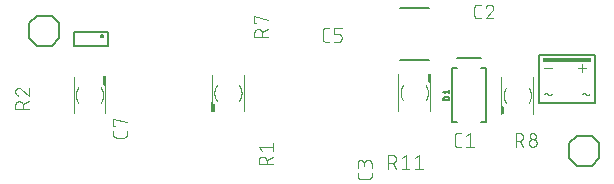
<source format=gbr>
G04 EAGLE Gerber RS-274X export*
G75*
%MOMM*%
%FSLAX34Y34*%
%LPD*%
%INSilkscreen Top*%
%IPPOS*%
%AMOC8*
5,1,8,0,0,1.08239X$1,22.5*%
G01*
%ADD10C,0.203200*%
%ADD11C,0.101600*%
%ADD12R,4.100000X0.300000*%
%ADD13C,0.127000*%
%ADD14C,0.152400*%

G36*
X352408Y82043D02*
X352408Y82043D01*
X352410Y82043D01*
X352507Y82064D01*
X352601Y82084D01*
X352603Y82086D01*
X352606Y82086D01*
X352686Y82143D01*
X352766Y82199D01*
X352767Y82201D01*
X352769Y82202D01*
X352821Y82285D01*
X352873Y82368D01*
X352874Y82370D01*
X352875Y82373D01*
X352907Y82550D01*
X352907Y89800D01*
X352906Y89805D01*
X352907Y89810D01*
X352886Y89903D01*
X352868Y89997D01*
X352865Y90001D01*
X352864Y90006D01*
X352808Y90084D01*
X352755Y90162D01*
X352751Y90165D01*
X352748Y90169D01*
X352666Y90220D01*
X352587Y90272D01*
X352582Y90272D01*
X352577Y90275D01*
X352400Y90307D01*
X350650Y90307D01*
X350645Y90306D01*
X350640Y90307D01*
X350547Y90286D01*
X350454Y90268D01*
X350449Y90265D01*
X350444Y90264D01*
X350366Y90208D01*
X350288Y90155D01*
X350285Y90151D01*
X350281Y90148D01*
X350230Y90066D01*
X350178Y89987D01*
X350178Y89982D01*
X350175Y89977D01*
X350143Y89800D01*
X350143Y84300D01*
X350144Y84292D01*
X350143Y84285D01*
X350164Y84195D01*
X350182Y84104D01*
X350187Y84097D01*
X350189Y84089D01*
X350291Y83941D01*
X352041Y82191D01*
X352044Y82190D01*
X352045Y82188D01*
X352126Y82135D01*
X352208Y82080D01*
X352211Y82080D01*
X352213Y82078D01*
X352309Y82061D01*
X352405Y82043D01*
X352408Y82043D01*
G37*
G36*
X77408Y80043D02*
X77408Y80043D01*
X77410Y80043D01*
X77507Y80064D01*
X77601Y80084D01*
X77603Y80086D01*
X77606Y80086D01*
X77686Y80143D01*
X77766Y80199D01*
X77767Y80201D01*
X77769Y80202D01*
X77821Y80285D01*
X77873Y80368D01*
X77874Y80370D01*
X77875Y80373D01*
X77907Y80550D01*
X77907Y87800D01*
X77906Y87805D01*
X77907Y87810D01*
X77886Y87903D01*
X77868Y87997D01*
X77865Y88001D01*
X77864Y88006D01*
X77808Y88084D01*
X77755Y88162D01*
X77751Y88165D01*
X77748Y88169D01*
X77666Y88220D01*
X77587Y88272D01*
X77582Y88272D01*
X77577Y88275D01*
X77400Y88307D01*
X75650Y88307D01*
X75645Y88306D01*
X75640Y88307D01*
X75547Y88286D01*
X75454Y88268D01*
X75449Y88265D01*
X75444Y88264D01*
X75366Y88208D01*
X75288Y88155D01*
X75285Y88151D01*
X75281Y88148D01*
X75230Y88066D01*
X75178Y87987D01*
X75178Y87982D01*
X75175Y87977D01*
X75143Y87800D01*
X75143Y82300D01*
X75144Y82292D01*
X75143Y82285D01*
X75164Y82195D01*
X75182Y82104D01*
X75187Y82097D01*
X75189Y82089D01*
X75291Y81941D01*
X77041Y80191D01*
X77044Y80190D01*
X77045Y80188D01*
X77126Y80135D01*
X77208Y80080D01*
X77211Y80080D01*
X77213Y80078D01*
X77309Y80061D01*
X77405Y80043D01*
X77408Y80043D01*
G37*
G36*
X169355Y58194D02*
X169355Y58194D01*
X169360Y58193D01*
X169453Y58214D01*
X169547Y58232D01*
X169551Y58235D01*
X169556Y58236D01*
X169634Y58292D01*
X169712Y58345D01*
X169715Y58349D01*
X169719Y58352D01*
X169770Y58434D01*
X169822Y58513D01*
X169822Y58518D01*
X169825Y58523D01*
X169857Y58700D01*
X169857Y64200D01*
X169856Y64208D01*
X169857Y64215D01*
X169836Y64305D01*
X169818Y64397D01*
X169813Y64403D01*
X169811Y64411D01*
X169709Y64559D01*
X167959Y66309D01*
X167956Y66310D01*
X167955Y66312D01*
X167874Y66365D01*
X167792Y66420D01*
X167789Y66420D01*
X167787Y66422D01*
X167691Y66439D01*
X167595Y66457D01*
X167592Y66457D01*
X167590Y66457D01*
X167493Y66436D01*
X167399Y66416D01*
X167397Y66414D01*
X167394Y66414D01*
X167314Y66357D01*
X167234Y66301D01*
X167233Y66299D01*
X167231Y66298D01*
X167179Y66215D01*
X167127Y66132D01*
X167126Y66130D01*
X167125Y66127D01*
X167093Y65950D01*
X167093Y58700D01*
X167094Y58695D01*
X167093Y58690D01*
X167114Y58597D01*
X167132Y58504D01*
X167135Y58499D01*
X167136Y58494D01*
X167192Y58416D01*
X167245Y58338D01*
X167249Y58335D01*
X167252Y58331D01*
X167334Y58280D01*
X167413Y58228D01*
X167418Y58228D01*
X167423Y58225D01*
X167600Y58193D01*
X169350Y58193D01*
X169355Y58194D01*
G37*
G36*
X414355Y56194D02*
X414355Y56194D01*
X414360Y56193D01*
X414453Y56214D01*
X414547Y56232D01*
X414551Y56235D01*
X414556Y56236D01*
X414634Y56292D01*
X414712Y56345D01*
X414715Y56349D01*
X414719Y56352D01*
X414770Y56434D01*
X414822Y56513D01*
X414822Y56518D01*
X414825Y56523D01*
X414857Y56700D01*
X414857Y62200D01*
X414856Y62208D01*
X414857Y62215D01*
X414836Y62305D01*
X414818Y62397D01*
X414813Y62403D01*
X414811Y62411D01*
X414709Y62559D01*
X412959Y64309D01*
X412956Y64310D01*
X412955Y64312D01*
X412874Y64365D01*
X412792Y64420D01*
X412789Y64420D01*
X412787Y64422D01*
X412691Y64439D01*
X412595Y64457D01*
X412592Y64457D01*
X412590Y64457D01*
X412493Y64436D01*
X412399Y64416D01*
X412397Y64414D01*
X412394Y64414D01*
X412314Y64357D01*
X412234Y64301D01*
X412233Y64299D01*
X412231Y64298D01*
X412179Y64215D01*
X412127Y64132D01*
X412126Y64130D01*
X412125Y64127D01*
X412093Y63950D01*
X412093Y56700D01*
X412094Y56695D01*
X412093Y56690D01*
X412114Y56597D01*
X412132Y56504D01*
X412135Y56499D01*
X412136Y56494D01*
X412192Y56416D01*
X412245Y56338D01*
X412249Y56335D01*
X412252Y56331D01*
X412334Y56280D01*
X412413Y56228D01*
X412418Y56228D01*
X412423Y56225D01*
X412600Y56193D01*
X414350Y56193D01*
X414355Y56194D01*
G37*
D10*
X444600Y105900D02*
X491600Y105900D01*
X491600Y65900D01*
X444600Y65900D01*
X444600Y105900D01*
D11*
X449050Y95600D02*
X455400Y95600D01*
X480800Y98600D02*
X480800Y92250D01*
X477650Y95350D02*
X484000Y95350D01*
X452100Y73150D02*
X452042Y73216D01*
X451981Y73279D01*
X451918Y73339D01*
X451852Y73397D01*
X451783Y73451D01*
X451712Y73503D01*
X451639Y73551D01*
X451564Y73596D01*
X451487Y73637D01*
X451408Y73675D01*
X451327Y73709D01*
X451245Y73740D01*
X451162Y73767D01*
X451077Y73790D01*
X450992Y73809D01*
X450905Y73825D01*
X450819Y73837D01*
X450731Y73845D01*
X450644Y73849D01*
X450556Y73849D01*
X450469Y73845D01*
X450381Y73837D01*
X450295Y73825D01*
X450208Y73809D01*
X450123Y73790D01*
X450038Y73767D01*
X449955Y73740D01*
X449873Y73709D01*
X449792Y73675D01*
X449713Y73637D01*
X449636Y73596D01*
X449561Y73551D01*
X449488Y73503D01*
X449417Y73451D01*
X449348Y73397D01*
X449282Y73339D01*
X449219Y73279D01*
X449158Y73216D01*
X449100Y73150D01*
X452100Y73150D02*
X452158Y73084D01*
X452219Y73021D01*
X452282Y72961D01*
X452348Y72903D01*
X452417Y72849D01*
X452488Y72797D01*
X452561Y72749D01*
X452636Y72704D01*
X452713Y72663D01*
X452792Y72625D01*
X452873Y72591D01*
X452955Y72560D01*
X453038Y72533D01*
X453123Y72510D01*
X453208Y72491D01*
X453295Y72475D01*
X453381Y72463D01*
X453469Y72455D01*
X453556Y72451D01*
X453644Y72451D01*
X453731Y72455D01*
X453819Y72463D01*
X453905Y72475D01*
X453992Y72491D01*
X454077Y72510D01*
X454162Y72533D01*
X454245Y72560D01*
X454327Y72591D01*
X454408Y72625D01*
X454487Y72663D01*
X454564Y72704D01*
X454639Y72749D01*
X454712Y72797D01*
X454783Y72849D01*
X454852Y72903D01*
X454918Y72961D01*
X454981Y73021D01*
X455042Y73084D01*
X455100Y73150D01*
X480850Y73150D02*
X480908Y73216D01*
X480969Y73279D01*
X481032Y73339D01*
X481098Y73397D01*
X481167Y73451D01*
X481238Y73503D01*
X481311Y73551D01*
X481386Y73596D01*
X481463Y73637D01*
X481542Y73675D01*
X481623Y73709D01*
X481705Y73740D01*
X481788Y73767D01*
X481873Y73790D01*
X481958Y73809D01*
X482045Y73825D01*
X482131Y73837D01*
X482219Y73845D01*
X482306Y73849D01*
X482394Y73849D01*
X482481Y73845D01*
X482569Y73837D01*
X482655Y73825D01*
X482742Y73809D01*
X482827Y73790D01*
X482912Y73767D01*
X482995Y73740D01*
X483077Y73709D01*
X483158Y73675D01*
X483237Y73637D01*
X483314Y73596D01*
X483389Y73551D01*
X483462Y73503D01*
X483533Y73451D01*
X483602Y73397D01*
X483668Y73339D01*
X483731Y73279D01*
X483792Y73216D01*
X483850Y73150D01*
X483908Y73084D01*
X483969Y73021D01*
X484032Y72961D01*
X484098Y72903D01*
X484167Y72849D01*
X484238Y72797D01*
X484311Y72749D01*
X484386Y72704D01*
X484463Y72663D01*
X484542Y72625D01*
X484623Y72591D01*
X484705Y72560D01*
X484788Y72533D01*
X484873Y72510D01*
X484958Y72491D01*
X485045Y72475D01*
X485131Y72463D01*
X485219Y72455D01*
X485306Y72451D01*
X485394Y72451D01*
X485481Y72455D01*
X485569Y72463D01*
X485655Y72475D01*
X485742Y72491D01*
X485827Y72510D01*
X485912Y72533D01*
X485995Y72560D01*
X486077Y72591D01*
X486158Y72625D01*
X486237Y72663D01*
X486314Y72704D01*
X486389Y72749D01*
X486462Y72797D01*
X486533Y72849D01*
X486602Y72903D01*
X486668Y72961D01*
X486731Y73021D01*
X486792Y73084D01*
X486850Y73150D01*
D12*
X468100Y102400D03*
D11*
X378201Y28508D02*
X375604Y28508D01*
X375505Y28510D01*
X375405Y28516D01*
X375306Y28525D01*
X375208Y28538D01*
X375110Y28555D01*
X375012Y28576D01*
X374916Y28601D01*
X374821Y28629D01*
X374727Y28661D01*
X374634Y28696D01*
X374542Y28735D01*
X374452Y28778D01*
X374364Y28823D01*
X374277Y28873D01*
X374193Y28925D01*
X374110Y28981D01*
X374030Y29039D01*
X373952Y29101D01*
X373877Y29166D01*
X373804Y29234D01*
X373734Y29304D01*
X373666Y29377D01*
X373601Y29452D01*
X373539Y29530D01*
X373481Y29610D01*
X373425Y29693D01*
X373373Y29777D01*
X373323Y29864D01*
X373278Y29952D01*
X373235Y30042D01*
X373196Y30134D01*
X373161Y30227D01*
X373129Y30321D01*
X373101Y30416D01*
X373076Y30512D01*
X373055Y30610D01*
X373038Y30708D01*
X373025Y30806D01*
X373016Y30905D01*
X373010Y31005D01*
X373008Y31104D01*
X373008Y37596D01*
X373010Y37695D01*
X373016Y37795D01*
X373025Y37894D01*
X373038Y37992D01*
X373055Y38090D01*
X373076Y38188D01*
X373101Y38284D01*
X373129Y38379D01*
X373161Y38473D01*
X373196Y38566D01*
X373235Y38658D01*
X373278Y38748D01*
X373323Y38836D01*
X373373Y38923D01*
X373425Y39007D01*
X373481Y39090D01*
X373539Y39170D01*
X373601Y39248D01*
X373666Y39323D01*
X373734Y39396D01*
X373804Y39466D01*
X373877Y39534D01*
X373952Y39599D01*
X374030Y39661D01*
X374110Y39719D01*
X374193Y39775D01*
X374277Y39827D01*
X374364Y39877D01*
X374452Y39922D01*
X374542Y39965D01*
X374634Y40004D01*
X374726Y40039D01*
X374821Y40071D01*
X374916Y40099D01*
X375012Y40124D01*
X375110Y40145D01*
X375208Y40162D01*
X375306Y40175D01*
X375405Y40184D01*
X375505Y40190D01*
X375604Y40192D01*
X378201Y40192D01*
X382566Y37596D02*
X385812Y40192D01*
X385812Y28508D01*
X389057Y28508D02*
X382566Y28508D01*
X392404Y137308D02*
X395001Y137308D01*
X392404Y137308D02*
X392305Y137310D01*
X392205Y137316D01*
X392106Y137325D01*
X392008Y137338D01*
X391910Y137355D01*
X391812Y137376D01*
X391716Y137401D01*
X391621Y137429D01*
X391527Y137461D01*
X391434Y137496D01*
X391342Y137535D01*
X391252Y137578D01*
X391164Y137623D01*
X391077Y137673D01*
X390993Y137725D01*
X390910Y137781D01*
X390830Y137839D01*
X390752Y137901D01*
X390677Y137966D01*
X390604Y138034D01*
X390534Y138104D01*
X390466Y138177D01*
X390401Y138252D01*
X390339Y138330D01*
X390281Y138410D01*
X390225Y138493D01*
X390173Y138577D01*
X390123Y138664D01*
X390078Y138752D01*
X390035Y138842D01*
X389996Y138934D01*
X389961Y139027D01*
X389929Y139121D01*
X389901Y139216D01*
X389876Y139312D01*
X389855Y139410D01*
X389838Y139508D01*
X389825Y139606D01*
X389816Y139705D01*
X389810Y139805D01*
X389808Y139904D01*
X389808Y146396D01*
X389810Y146495D01*
X389816Y146595D01*
X389825Y146694D01*
X389838Y146792D01*
X389855Y146890D01*
X389876Y146988D01*
X389901Y147084D01*
X389929Y147179D01*
X389961Y147273D01*
X389996Y147366D01*
X390035Y147458D01*
X390078Y147548D01*
X390123Y147636D01*
X390173Y147723D01*
X390225Y147807D01*
X390281Y147890D01*
X390339Y147970D01*
X390401Y148048D01*
X390466Y148123D01*
X390534Y148196D01*
X390604Y148266D01*
X390677Y148334D01*
X390752Y148399D01*
X390830Y148461D01*
X390910Y148519D01*
X390993Y148575D01*
X391077Y148627D01*
X391164Y148677D01*
X391252Y148722D01*
X391342Y148765D01*
X391434Y148804D01*
X391526Y148839D01*
X391621Y148871D01*
X391716Y148899D01*
X391812Y148924D01*
X391910Y148945D01*
X392008Y148962D01*
X392106Y148975D01*
X392205Y148984D01*
X392305Y148990D01*
X392404Y148992D01*
X395001Y148992D01*
X402936Y148992D02*
X403043Y148990D01*
X403149Y148984D01*
X403255Y148974D01*
X403361Y148961D01*
X403467Y148943D01*
X403571Y148922D01*
X403675Y148897D01*
X403778Y148868D01*
X403879Y148836D01*
X403979Y148799D01*
X404078Y148759D01*
X404176Y148716D01*
X404272Y148669D01*
X404366Y148618D01*
X404458Y148564D01*
X404548Y148507D01*
X404636Y148447D01*
X404721Y148383D01*
X404804Y148316D01*
X404885Y148246D01*
X404963Y148174D01*
X405039Y148098D01*
X405111Y148020D01*
X405181Y147939D01*
X405248Y147856D01*
X405312Y147771D01*
X405372Y147683D01*
X405429Y147593D01*
X405483Y147501D01*
X405534Y147407D01*
X405581Y147311D01*
X405624Y147213D01*
X405664Y147114D01*
X405701Y147014D01*
X405733Y146913D01*
X405762Y146810D01*
X405787Y146706D01*
X405808Y146602D01*
X405826Y146496D01*
X405839Y146390D01*
X405849Y146284D01*
X405855Y146178D01*
X405857Y146071D01*
X402936Y148992D02*
X402815Y148990D01*
X402694Y148984D01*
X402574Y148974D01*
X402453Y148961D01*
X402334Y148943D01*
X402214Y148922D01*
X402096Y148897D01*
X401979Y148868D01*
X401862Y148835D01*
X401747Y148799D01*
X401633Y148758D01*
X401520Y148715D01*
X401408Y148667D01*
X401299Y148616D01*
X401191Y148561D01*
X401084Y148503D01*
X400980Y148442D01*
X400878Y148377D01*
X400778Y148309D01*
X400680Y148238D01*
X400584Y148164D01*
X400491Y148087D01*
X400401Y148006D01*
X400313Y147923D01*
X400228Y147837D01*
X400145Y147748D01*
X400066Y147657D01*
X399989Y147563D01*
X399916Y147467D01*
X399846Y147369D01*
X399779Y147268D01*
X399715Y147165D01*
X399655Y147060D01*
X399598Y146953D01*
X399544Y146845D01*
X399494Y146735D01*
X399448Y146623D01*
X399405Y146510D01*
X399366Y146395D01*
X404884Y143799D02*
X404963Y143876D01*
X405039Y143957D01*
X405112Y144040D01*
X405182Y144125D01*
X405249Y144213D01*
X405313Y144303D01*
X405373Y144395D01*
X405430Y144490D01*
X405484Y144586D01*
X405535Y144684D01*
X405582Y144784D01*
X405626Y144886D01*
X405666Y144989D01*
X405702Y145093D01*
X405734Y145199D01*
X405763Y145305D01*
X405788Y145413D01*
X405810Y145521D01*
X405827Y145631D01*
X405841Y145740D01*
X405850Y145850D01*
X405856Y145961D01*
X405858Y146071D01*
X404884Y143799D02*
X399366Y137308D01*
X405857Y137308D01*
X302692Y6501D02*
X302692Y3904D01*
X302690Y3805D01*
X302684Y3705D01*
X302675Y3606D01*
X302662Y3508D01*
X302645Y3410D01*
X302624Y3312D01*
X302599Y3216D01*
X302571Y3121D01*
X302539Y3027D01*
X302504Y2934D01*
X302465Y2842D01*
X302422Y2752D01*
X302377Y2664D01*
X302327Y2577D01*
X302275Y2493D01*
X302219Y2410D01*
X302161Y2330D01*
X302099Y2252D01*
X302034Y2177D01*
X301966Y2104D01*
X301896Y2034D01*
X301823Y1966D01*
X301748Y1901D01*
X301670Y1839D01*
X301590Y1781D01*
X301507Y1725D01*
X301423Y1673D01*
X301336Y1623D01*
X301248Y1578D01*
X301158Y1535D01*
X301066Y1496D01*
X300973Y1461D01*
X300879Y1429D01*
X300784Y1401D01*
X300688Y1376D01*
X300590Y1355D01*
X300492Y1338D01*
X300394Y1325D01*
X300295Y1316D01*
X300195Y1310D01*
X300096Y1308D01*
X293604Y1308D01*
X293505Y1310D01*
X293405Y1316D01*
X293306Y1325D01*
X293208Y1338D01*
X293110Y1356D01*
X293012Y1376D01*
X292916Y1401D01*
X292820Y1429D01*
X292726Y1461D01*
X292633Y1496D01*
X292542Y1535D01*
X292452Y1578D01*
X292363Y1623D01*
X292277Y1673D01*
X292192Y1725D01*
X292110Y1781D01*
X292030Y1840D01*
X291952Y1901D01*
X291876Y1966D01*
X291803Y2034D01*
X291733Y2104D01*
X291665Y2177D01*
X291600Y2253D01*
X291539Y2331D01*
X291480Y2411D01*
X291424Y2493D01*
X291372Y2578D01*
X291323Y2664D01*
X291277Y2753D01*
X291234Y2843D01*
X291195Y2934D01*
X291160Y3027D01*
X291128Y3121D01*
X291100Y3217D01*
X291075Y3313D01*
X291055Y3411D01*
X291037Y3509D01*
X291024Y3607D01*
X291015Y3706D01*
X291009Y3805D01*
X291007Y3905D01*
X291008Y3904D02*
X291008Y6501D01*
X302692Y10866D02*
X302692Y14112D01*
X302690Y14225D01*
X302684Y14338D01*
X302674Y14451D01*
X302660Y14564D01*
X302643Y14676D01*
X302621Y14787D01*
X302596Y14897D01*
X302566Y15007D01*
X302533Y15115D01*
X302496Y15222D01*
X302456Y15328D01*
X302411Y15432D01*
X302363Y15535D01*
X302312Y15636D01*
X302257Y15735D01*
X302199Y15832D01*
X302137Y15927D01*
X302072Y16020D01*
X302004Y16110D01*
X301933Y16198D01*
X301858Y16284D01*
X301781Y16367D01*
X301701Y16447D01*
X301618Y16524D01*
X301532Y16599D01*
X301444Y16670D01*
X301354Y16738D01*
X301261Y16803D01*
X301166Y16865D01*
X301069Y16923D01*
X300970Y16978D01*
X300869Y17029D01*
X300766Y17077D01*
X300662Y17122D01*
X300556Y17162D01*
X300449Y17199D01*
X300341Y17232D01*
X300231Y17262D01*
X300121Y17287D01*
X300010Y17309D01*
X299898Y17326D01*
X299785Y17340D01*
X299672Y17350D01*
X299559Y17356D01*
X299446Y17358D01*
X299333Y17356D01*
X299220Y17350D01*
X299107Y17340D01*
X298994Y17326D01*
X298882Y17309D01*
X298771Y17287D01*
X298661Y17262D01*
X298551Y17232D01*
X298443Y17199D01*
X298336Y17162D01*
X298230Y17122D01*
X298126Y17077D01*
X298023Y17029D01*
X297922Y16978D01*
X297823Y16923D01*
X297726Y16865D01*
X297631Y16803D01*
X297538Y16738D01*
X297448Y16670D01*
X297360Y16599D01*
X297274Y16524D01*
X297191Y16447D01*
X297111Y16367D01*
X297034Y16284D01*
X296959Y16198D01*
X296888Y16110D01*
X296820Y16020D01*
X296755Y15927D01*
X296693Y15832D01*
X296635Y15735D01*
X296580Y15636D01*
X296529Y15535D01*
X296481Y15432D01*
X296436Y15328D01*
X296396Y15222D01*
X296359Y15115D01*
X296326Y15007D01*
X296296Y14897D01*
X296271Y14787D01*
X296249Y14676D01*
X296232Y14564D01*
X296218Y14451D01*
X296208Y14338D01*
X296202Y14225D01*
X296200Y14112D01*
X291008Y14761D02*
X291008Y10866D01*
X291008Y14761D02*
X291010Y14862D01*
X291016Y14962D01*
X291026Y15062D01*
X291039Y15162D01*
X291057Y15261D01*
X291078Y15360D01*
X291103Y15457D01*
X291132Y15554D01*
X291165Y15649D01*
X291201Y15743D01*
X291241Y15835D01*
X291284Y15926D01*
X291331Y16015D01*
X291381Y16102D01*
X291435Y16188D01*
X291492Y16271D01*
X291552Y16351D01*
X291615Y16430D01*
X291682Y16506D01*
X291751Y16579D01*
X291823Y16649D01*
X291897Y16717D01*
X291974Y16782D01*
X292054Y16843D01*
X292136Y16902D01*
X292220Y16957D01*
X292306Y17009D01*
X292394Y17058D01*
X292484Y17103D01*
X292576Y17145D01*
X292669Y17183D01*
X292764Y17217D01*
X292859Y17248D01*
X292956Y17275D01*
X293054Y17298D01*
X293153Y17318D01*
X293253Y17333D01*
X293353Y17345D01*
X293453Y17353D01*
X293554Y17357D01*
X293654Y17357D01*
X293755Y17353D01*
X293855Y17345D01*
X293955Y17333D01*
X294055Y17318D01*
X294154Y17298D01*
X294252Y17275D01*
X294349Y17248D01*
X294444Y17217D01*
X294539Y17183D01*
X294632Y17145D01*
X294724Y17103D01*
X294814Y17058D01*
X294902Y17009D01*
X294988Y16957D01*
X295072Y16902D01*
X295154Y16843D01*
X295234Y16782D01*
X295311Y16717D01*
X295385Y16649D01*
X295457Y16579D01*
X295526Y16506D01*
X295593Y16430D01*
X295656Y16351D01*
X295716Y16271D01*
X295773Y16188D01*
X295827Y16102D01*
X295877Y16015D01*
X295924Y15926D01*
X295967Y15835D01*
X296007Y15743D01*
X296043Y15649D01*
X296076Y15554D01*
X296105Y15457D01*
X296130Y15360D01*
X296151Y15261D01*
X296169Y15162D01*
X296182Y15062D01*
X296192Y14962D01*
X296198Y14862D01*
X296200Y14761D01*
X296201Y14761D02*
X296201Y12164D01*
X266436Y117508D02*
X263839Y117508D01*
X263740Y117510D01*
X263640Y117516D01*
X263541Y117525D01*
X263443Y117538D01*
X263345Y117555D01*
X263247Y117576D01*
X263151Y117601D01*
X263056Y117629D01*
X262962Y117661D01*
X262869Y117696D01*
X262777Y117735D01*
X262687Y117778D01*
X262599Y117823D01*
X262512Y117873D01*
X262428Y117925D01*
X262345Y117981D01*
X262265Y118039D01*
X262187Y118101D01*
X262112Y118166D01*
X262039Y118234D01*
X261969Y118304D01*
X261901Y118377D01*
X261836Y118452D01*
X261774Y118530D01*
X261716Y118610D01*
X261660Y118693D01*
X261608Y118777D01*
X261558Y118864D01*
X261513Y118952D01*
X261470Y119042D01*
X261431Y119134D01*
X261396Y119227D01*
X261364Y119321D01*
X261336Y119416D01*
X261311Y119512D01*
X261290Y119610D01*
X261273Y119708D01*
X261260Y119806D01*
X261251Y119905D01*
X261245Y120005D01*
X261243Y120104D01*
X261243Y126596D01*
X261245Y126695D01*
X261251Y126795D01*
X261260Y126894D01*
X261273Y126992D01*
X261290Y127090D01*
X261311Y127188D01*
X261336Y127284D01*
X261364Y127379D01*
X261396Y127473D01*
X261431Y127566D01*
X261470Y127658D01*
X261513Y127748D01*
X261558Y127836D01*
X261608Y127923D01*
X261660Y128007D01*
X261716Y128090D01*
X261774Y128170D01*
X261836Y128248D01*
X261901Y128323D01*
X261969Y128396D01*
X262039Y128466D01*
X262112Y128534D01*
X262187Y128599D01*
X262265Y128661D01*
X262345Y128719D01*
X262428Y128775D01*
X262512Y128827D01*
X262599Y128877D01*
X262687Y128922D01*
X262777Y128965D01*
X262869Y129004D01*
X262961Y129039D01*
X263056Y129071D01*
X263151Y129099D01*
X263247Y129124D01*
X263345Y129145D01*
X263443Y129162D01*
X263541Y129175D01*
X263640Y129184D01*
X263740Y129190D01*
X263839Y129192D01*
X266436Y129192D01*
X270801Y117508D02*
X274696Y117508D01*
X274795Y117510D01*
X274895Y117516D01*
X274994Y117525D01*
X275092Y117538D01*
X275190Y117555D01*
X275288Y117576D01*
X275384Y117601D01*
X275479Y117629D01*
X275573Y117661D01*
X275666Y117696D01*
X275758Y117735D01*
X275848Y117778D01*
X275936Y117823D01*
X276023Y117873D01*
X276107Y117925D01*
X276190Y117981D01*
X276270Y118039D01*
X276348Y118101D01*
X276423Y118166D01*
X276496Y118234D01*
X276566Y118304D01*
X276634Y118377D01*
X276699Y118452D01*
X276761Y118530D01*
X276819Y118610D01*
X276875Y118693D01*
X276927Y118777D01*
X276977Y118864D01*
X277022Y118952D01*
X277065Y119042D01*
X277104Y119134D01*
X277139Y119227D01*
X277171Y119321D01*
X277199Y119416D01*
X277224Y119512D01*
X277245Y119610D01*
X277262Y119708D01*
X277275Y119806D01*
X277284Y119905D01*
X277290Y120005D01*
X277292Y120104D01*
X277292Y121403D01*
X277290Y121502D01*
X277284Y121602D01*
X277275Y121701D01*
X277262Y121799D01*
X277245Y121897D01*
X277224Y121995D01*
X277199Y122091D01*
X277171Y122186D01*
X277139Y122280D01*
X277104Y122373D01*
X277065Y122465D01*
X277022Y122555D01*
X276977Y122643D01*
X276927Y122730D01*
X276875Y122814D01*
X276819Y122897D01*
X276761Y122977D01*
X276699Y123055D01*
X276634Y123130D01*
X276566Y123203D01*
X276496Y123273D01*
X276423Y123341D01*
X276348Y123406D01*
X276270Y123468D01*
X276190Y123526D01*
X276107Y123582D01*
X276023Y123634D01*
X275936Y123684D01*
X275848Y123729D01*
X275758Y123772D01*
X275666Y123811D01*
X275573Y123846D01*
X275479Y123878D01*
X275384Y123906D01*
X275288Y123931D01*
X275190Y123952D01*
X275092Y123969D01*
X274994Y123982D01*
X274895Y123991D01*
X274795Y123997D01*
X274696Y123999D01*
X270801Y123999D01*
X270801Y129192D01*
X277292Y129192D01*
X95692Y41601D02*
X95692Y39004D01*
X95690Y38905D01*
X95684Y38805D01*
X95675Y38706D01*
X95662Y38608D01*
X95645Y38510D01*
X95624Y38412D01*
X95599Y38316D01*
X95571Y38221D01*
X95539Y38127D01*
X95504Y38034D01*
X95465Y37942D01*
X95422Y37852D01*
X95377Y37764D01*
X95327Y37677D01*
X95275Y37593D01*
X95219Y37510D01*
X95161Y37430D01*
X95099Y37352D01*
X95034Y37277D01*
X94966Y37204D01*
X94896Y37134D01*
X94823Y37066D01*
X94748Y37001D01*
X94670Y36939D01*
X94590Y36881D01*
X94507Y36825D01*
X94423Y36773D01*
X94336Y36723D01*
X94248Y36678D01*
X94158Y36635D01*
X94066Y36596D01*
X93973Y36561D01*
X93879Y36529D01*
X93784Y36501D01*
X93688Y36476D01*
X93590Y36455D01*
X93492Y36438D01*
X93394Y36425D01*
X93295Y36416D01*
X93195Y36410D01*
X93096Y36408D01*
X86604Y36408D01*
X86505Y36410D01*
X86405Y36416D01*
X86306Y36425D01*
X86208Y36438D01*
X86110Y36456D01*
X86012Y36476D01*
X85916Y36501D01*
X85820Y36529D01*
X85726Y36561D01*
X85633Y36596D01*
X85542Y36635D01*
X85452Y36678D01*
X85363Y36723D01*
X85277Y36773D01*
X85192Y36825D01*
X85110Y36881D01*
X85030Y36940D01*
X84952Y37001D01*
X84876Y37066D01*
X84803Y37134D01*
X84733Y37204D01*
X84665Y37277D01*
X84600Y37353D01*
X84539Y37431D01*
X84480Y37511D01*
X84424Y37593D01*
X84372Y37678D01*
X84323Y37764D01*
X84277Y37853D01*
X84234Y37943D01*
X84195Y38034D01*
X84160Y38127D01*
X84128Y38221D01*
X84100Y38317D01*
X84075Y38413D01*
X84055Y38511D01*
X84037Y38609D01*
X84024Y38707D01*
X84015Y38806D01*
X84009Y38905D01*
X84007Y39005D01*
X84008Y39004D02*
X84008Y41601D01*
X84008Y45966D02*
X85306Y45966D01*
X84008Y45966D02*
X84008Y52457D01*
X95692Y49212D01*
D10*
X370900Y49400D02*
X375400Y49400D01*
X370900Y49400D02*
X370900Y95400D01*
X375400Y95400D01*
X395400Y95400D02*
X399900Y95400D01*
X399900Y49400D01*
X395400Y49400D01*
X395400Y104150D02*
X375400Y104150D01*
D13*
X368255Y68225D02*
X363429Y68225D01*
X363429Y69565D01*
X363431Y69635D01*
X363436Y69705D01*
X363446Y69775D01*
X363458Y69844D01*
X363475Y69912D01*
X363495Y69979D01*
X363518Y70046D01*
X363545Y70110D01*
X363575Y70174D01*
X363609Y70236D01*
X363645Y70295D01*
X363685Y70353D01*
X363728Y70409D01*
X363773Y70462D01*
X363822Y70513D01*
X363873Y70562D01*
X363926Y70607D01*
X363982Y70650D01*
X364040Y70690D01*
X364100Y70726D01*
X364161Y70760D01*
X364225Y70790D01*
X364289Y70817D01*
X364356Y70840D01*
X364423Y70860D01*
X364491Y70877D01*
X364560Y70889D01*
X364630Y70899D01*
X364700Y70904D01*
X364770Y70906D01*
X366914Y70906D01*
X366984Y70904D01*
X367054Y70899D01*
X367124Y70889D01*
X367193Y70877D01*
X367261Y70860D01*
X367328Y70840D01*
X367395Y70817D01*
X367459Y70790D01*
X367523Y70760D01*
X367585Y70726D01*
X367644Y70690D01*
X367702Y70650D01*
X367758Y70607D01*
X367811Y70562D01*
X367862Y70513D01*
X367911Y70462D01*
X367956Y70409D01*
X367999Y70353D01*
X368039Y70295D01*
X368075Y70235D01*
X368109Y70174D01*
X368139Y70110D01*
X368166Y70046D01*
X368189Y69979D01*
X368209Y69912D01*
X368226Y69844D01*
X368238Y69775D01*
X368248Y69705D01*
X368253Y69635D01*
X368255Y69565D01*
X368255Y68225D01*
X364501Y73894D02*
X363429Y75235D01*
X368255Y75235D01*
X368255Y76575D02*
X368255Y73894D01*
X351580Y101790D02*
X326940Y101790D01*
X326940Y146490D02*
X351580Y146490D01*
D14*
X476250Y38100D02*
X488950Y38100D01*
X495300Y31750D01*
X495300Y19050D01*
X488950Y12700D01*
X469900Y19050D02*
X469900Y31750D01*
X476250Y38100D01*
X469900Y19050D02*
X476250Y12700D01*
X488950Y12700D01*
X31750Y139700D02*
X19050Y139700D01*
X31750Y139700D02*
X38100Y133350D01*
X38100Y120650D01*
X31750Y114300D01*
X12700Y120650D02*
X12700Y133350D01*
X19050Y139700D01*
X12700Y120650D02*
X19050Y114300D01*
X31750Y114300D01*
D11*
X439600Y87700D02*
X439600Y56700D01*
X412600Y56700D02*
X412600Y87700D01*
X435600Y78700D02*
X435756Y78465D01*
X435905Y78226D01*
X436049Y77984D01*
X436187Y77739D01*
X436319Y77490D01*
X436445Y77238D01*
X436565Y76983D01*
X436678Y76725D01*
X436785Y76464D01*
X436886Y76201D01*
X436980Y75935D01*
X437068Y75668D01*
X437149Y75398D01*
X437224Y75126D01*
X437292Y74853D01*
X437353Y74578D01*
X437407Y74301D01*
X437455Y74024D01*
X437496Y73745D01*
X437531Y73465D01*
X437558Y73185D01*
X437579Y72904D01*
X437592Y72623D01*
X437599Y72341D01*
X437599Y72059D01*
X437592Y71777D01*
X437579Y71496D01*
X437558Y71215D01*
X437531Y70935D01*
X437496Y70655D01*
X437455Y70376D01*
X437407Y70099D01*
X437353Y69822D01*
X437292Y69547D01*
X437224Y69274D01*
X437149Y69002D01*
X437068Y68732D01*
X436980Y68465D01*
X436886Y68199D01*
X436785Y67936D01*
X436678Y67675D01*
X436565Y67417D01*
X436445Y67162D01*
X436319Y66910D01*
X436187Y66661D01*
X436049Y66416D01*
X435905Y66174D01*
X435756Y65935D01*
X435600Y65700D01*
X416600Y65700D02*
X416444Y65935D01*
X416295Y66174D01*
X416151Y66416D01*
X416013Y66661D01*
X415881Y66910D01*
X415755Y67162D01*
X415635Y67417D01*
X415522Y67675D01*
X415415Y67936D01*
X415314Y68199D01*
X415220Y68465D01*
X415132Y68732D01*
X415051Y69002D01*
X414976Y69274D01*
X414908Y69547D01*
X414847Y69822D01*
X414793Y70099D01*
X414745Y70376D01*
X414704Y70655D01*
X414669Y70935D01*
X414642Y71215D01*
X414621Y71496D01*
X414608Y71777D01*
X414601Y72059D01*
X414601Y72341D01*
X414608Y72623D01*
X414621Y72904D01*
X414642Y73185D01*
X414669Y73465D01*
X414704Y73745D01*
X414745Y74024D01*
X414793Y74301D01*
X414847Y74578D01*
X414908Y74853D01*
X414976Y75126D01*
X415051Y75398D01*
X415132Y75668D01*
X415220Y75935D01*
X415314Y76201D01*
X415415Y76464D01*
X415522Y76725D01*
X415635Y76983D01*
X415755Y77238D01*
X415881Y77490D01*
X416013Y77739D01*
X416151Y77984D01*
X416295Y78226D01*
X416444Y78465D01*
X416600Y78700D01*
X325400Y89800D02*
X325400Y58800D01*
X352400Y58800D02*
X352400Y89800D01*
X329400Y80800D02*
X329244Y80565D01*
X329095Y80326D01*
X328951Y80084D01*
X328813Y79839D01*
X328681Y79590D01*
X328555Y79338D01*
X328435Y79083D01*
X328322Y78825D01*
X328215Y78564D01*
X328114Y78301D01*
X328020Y78035D01*
X327932Y77768D01*
X327851Y77498D01*
X327776Y77226D01*
X327708Y76953D01*
X327647Y76678D01*
X327593Y76401D01*
X327545Y76124D01*
X327504Y75845D01*
X327469Y75565D01*
X327442Y75285D01*
X327421Y75004D01*
X327408Y74723D01*
X327401Y74441D01*
X327401Y74159D01*
X327408Y73877D01*
X327421Y73596D01*
X327442Y73315D01*
X327469Y73035D01*
X327504Y72755D01*
X327545Y72476D01*
X327593Y72199D01*
X327647Y71922D01*
X327708Y71647D01*
X327776Y71374D01*
X327851Y71102D01*
X327932Y70832D01*
X328020Y70565D01*
X328114Y70299D01*
X328215Y70036D01*
X328322Y69775D01*
X328435Y69517D01*
X328555Y69262D01*
X328681Y69010D01*
X328813Y68761D01*
X328951Y68516D01*
X329095Y68274D01*
X329244Y68035D01*
X329400Y67800D01*
X348400Y67800D02*
X348556Y68035D01*
X348705Y68274D01*
X348849Y68516D01*
X348987Y68761D01*
X349119Y69010D01*
X349245Y69262D01*
X349365Y69517D01*
X349478Y69775D01*
X349585Y70036D01*
X349686Y70299D01*
X349780Y70565D01*
X349868Y70832D01*
X349949Y71102D01*
X350024Y71374D01*
X350092Y71647D01*
X350153Y71922D01*
X350207Y72199D01*
X350255Y72476D01*
X350296Y72755D01*
X350331Y73035D01*
X350358Y73315D01*
X350379Y73596D01*
X350392Y73877D01*
X350399Y74159D01*
X350399Y74441D01*
X350392Y74723D01*
X350379Y75004D01*
X350358Y75285D01*
X350331Y75565D01*
X350296Y75845D01*
X350255Y76124D01*
X350207Y76401D01*
X350153Y76678D01*
X350092Y76953D01*
X350024Y77226D01*
X349949Y77498D01*
X349868Y77768D01*
X349780Y78035D01*
X349686Y78301D01*
X349585Y78564D01*
X349478Y78825D01*
X349365Y79083D01*
X349245Y79338D01*
X349119Y79590D01*
X348987Y79839D01*
X348849Y80084D01*
X348705Y80326D01*
X348556Y80565D01*
X348400Y80800D01*
X194600Y89700D02*
X194600Y58700D01*
X167600Y58700D02*
X167600Y89700D01*
X190600Y80700D02*
X190756Y80465D01*
X190905Y80226D01*
X191049Y79984D01*
X191187Y79739D01*
X191319Y79490D01*
X191445Y79238D01*
X191565Y78983D01*
X191678Y78725D01*
X191785Y78464D01*
X191886Y78201D01*
X191980Y77935D01*
X192068Y77668D01*
X192149Y77398D01*
X192224Y77126D01*
X192292Y76853D01*
X192353Y76578D01*
X192407Y76301D01*
X192455Y76024D01*
X192496Y75745D01*
X192531Y75465D01*
X192558Y75185D01*
X192579Y74904D01*
X192592Y74623D01*
X192599Y74341D01*
X192599Y74059D01*
X192592Y73777D01*
X192579Y73496D01*
X192558Y73215D01*
X192531Y72935D01*
X192496Y72655D01*
X192455Y72376D01*
X192407Y72099D01*
X192353Y71822D01*
X192292Y71547D01*
X192224Y71274D01*
X192149Y71002D01*
X192068Y70732D01*
X191980Y70465D01*
X191886Y70199D01*
X191785Y69936D01*
X191678Y69675D01*
X191565Y69417D01*
X191445Y69162D01*
X191319Y68910D01*
X191187Y68661D01*
X191049Y68416D01*
X190905Y68174D01*
X190756Y67935D01*
X190600Y67700D01*
X171600Y67700D02*
X171444Y67935D01*
X171295Y68174D01*
X171151Y68416D01*
X171013Y68661D01*
X170881Y68910D01*
X170755Y69162D01*
X170635Y69417D01*
X170522Y69675D01*
X170415Y69936D01*
X170314Y70199D01*
X170220Y70465D01*
X170132Y70732D01*
X170051Y71002D01*
X169976Y71274D01*
X169908Y71547D01*
X169847Y71822D01*
X169793Y72099D01*
X169745Y72376D01*
X169704Y72655D01*
X169669Y72935D01*
X169642Y73215D01*
X169621Y73496D01*
X169608Y73777D01*
X169601Y74059D01*
X169601Y74341D01*
X169608Y74623D01*
X169621Y74904D01*
X169642Y75185D01*
X169669Y75465D01*
X169704Y75745D01*
X169745Y76024D01*
X169793Y76301D01*
X169847Y76578D01*
X169908Y76853D01*
X169976Y77126D01*
X170051Y77398D01*
X170132Y77668D01*
X170220Y77935D01*
X170314Y78201D01*
X170415Y78464D01*
X170522Y78725D01*
X170635Y78983D01*
X170755Y79238D01*
X170881Y79490D01*
X171013Y79739D01*
X171151Y79984D01*
X171295Y80226D01*
X171444Y80465D01*
X171600Y80700D01*
X50400Y87800D02*
X50400Y56800D01*
X77400Y56800D02*
X77400Y87800D01*
X54400Y78800D02*
X54244Y78565D01*
X54095Y78326D01*
X53951Y78084D01*
X53813Y77839D01*
X53681Y77590D01*
X53555Y77338D01*
X53435Y77083D01*
X53322Y76825D01*
X53215Y76564D01*
X53114Y76301D01*
X53020Y76035D01*
X52932Y75768D01*
X52851Y75498D01*
X52776Y75226D01*
X52708Y74953D01*
X52647Y74678D01*
X52593Y74401D01*
X52545Y74124D01*
X52504Y73845D01*
X52469Y73565D01*
X52442Y73285D01*
X52421Y73004D01*
X52408Y72723D01*
X52401Y72441D01*
X52401Y72159D01*
X52408Y71877D01*
X52421Y71596D01*
X52442Y71315D01*
X52469Y71035D01*
X52504Y70755D01*
X52545Y70476D01*
X52593Y70199D01*
X52647Y69922D01*
X52708Y69647D01*
X52776Y69374D01*
X52851Y69102D01*
X52932Y68832D01*
X53020Y68565D01*
X53114Y68299D01*
X53215Y68036D01*
X53322Y67775D01*
X53435Y67517D01*
X53555Y67262D01*
X53681Y67010D01*
X53813Y66761D01*
X53951Y66516D01*
X54095Y66274D01*
X54244Y66035D01*
X54400Y65800D01*
X73400Y65800D02*
X73556Y66035D01*
X73705Y66274D01*
X73849Y66516D01*
X73987Y66761D01*
X74119Y67010D01*
X74245Y67262D01*
X74365Y67517D01*
X74478Y67775D01*
X74585Y68036D01*
X74686Y68299D01*
X74780Y68565D01*
X74868Y68832D01*
X74949Y69102D01*
X75024Y69374D01*
X75092Y69647D01*
X75153Y69922D01*
X75207Y70199D01*
X75255Y70476D01*
X75296Y70755D01*
X75331Y71035D01*
X75358Y71315D01*
X75379Y71596D01*
X75392Y71877D01*
X75399Y72159D01*
X75399Y72441D01*
X75392Y72723D01*
X75379Y73004D01*
X75358Y73285D01*
X75331Y73565D01*
X75296Y73845D01*
X75255Y74124D01*
X75207Y74401D01*
X75153Y74678D01*
X75092Y74953D01*
X75024Y75226D01*
X74949Y75498D01*
X74868Y75768D01*
X74780Y76035D01*
X74686Y76301D01*
X74585Y76564D01*
X74478Y76825D01*
X74365Y77083D01*
X74245Y77338D01*
X74119Y77590D01*
X73987Y77839D01*
X73849Y78084D01*
X73705Y78326D01*
X73556Y78565D01*
X73400Y78800D01*
X207308Y13845D02*
X218992Y13845D01*
X207308Y13845D02*
X207308Y17090D01*
X207310Y17203D01*
X207316Y17316D01*
X207326Y17429D01*
X207340Y17542D01*
X207357Y17654D01*
X207379Y17765D01*
X207404Y17875D01*
X207434Y17985D01*
X207467Y18093D01*
X207504Y18200D01*
X207544Y18306D01*
X207589Y18410D01*
X207637Y18513D01*
X207688Y18614D01*
X207743Y18713D01*
X207801Y18810D01*
X207863Y18905D01*
X207928Y18998D01*
X207996Y19088D01*
X208067Y19176D01*
X208142Y19262D01*
X208219Y19345D01*
X208299Y19425D01*
X208382Y19502D01*
X208468Y19577D01*
X208556Y19648D01*
X208646Y19716D01*
X208739Y19781D01*
X208834Y19843D01*
X208931Y19901D01*
X209030Y19956D01*
X209131Y20007D01*
X209234Y20055D01*
X209338Y20100D01*
X209444Y20140D01*
X209551Y20177D01*
X209659Y20210D01*
X209769Y20240D01*
X209879Y20265D01*
X209990Y20287D01*
X210102Y20304D01*
X210215Y20318D01*
X210328Y20328D01*
X210441Y20334D01*
X210554Y20336D01*
X210667Y20334D01*
X210780Y20328D01*
X210893Y20318D01*
X211006Y20304D01*
X211118Y20287D01*
X211229Y20265D01*
X211339Y20240D01*
X211449Y20210D01*
X211557Y20177D01*
X211664Y20140D01*
X211770Y20100D01*
X211874Y20055D01*
X211977Y20007D01*
X212078Y19956D01*
X212177Y19901D01*
X212274Y19843D01*
X212369Y19781D01*
X212462Y19716D01*
X212552Y19648D01*
X212640Y19577D01*
X212726Y19502D01*
X212809Y19425D01*
X212889Y19345D01*
X212966Y19262D01*
X213041Y19176D01*
X213112Y19088D01*
X213180Y18998D01*
X213245Y18905D01*
X213307Y18810D01*
X213365Y18713D01*
X213420Y18614D01*
X213471Y18513D01*
X213519Y18410D01*
X213564Y18306D01*
X213604Y18200D01*
X213641Y18093D01*
X213674Y17985D01*
X213704Y17875D01*
X213729Y17765D01*
X213751Y17654D01*
X213768Y17542D01*
X213782Y17429D01*
X213792Y17316D01*
X213798Y17203D01*
X213800Y17090D01*
X213799Y17090D02*
X213799Y13845D01*
X213799Y17739D02*
X218992Y20336D01*
X209904Y25201D02*
X207308Y28446D01*
X218992Y28446D01*
X218992Y25201D02*
X218992Y31692D01*
X316915Y21492D02*
X316915Y9808D01*
X316915Y21492D02*
X320160Y21492D01*
X320273Y21490D01*
X320386Y21484D01*
X320499Y21474D01*
X320612Y21460D01*
X320724Y21443D01*
X320835Y21421D01*
X320945Y21396D01*
X321055Y21366D01*
X321163Y21333D01*
X321270Y21296D01*
X321376Y21256D01*
X321480Y21211D01*
X321583Y21163D01*
X321684Y21112D01*
X321783Y21057D01*
X321880Y20999D01*
X321975Y20937D01*
X322068Y20872D01*
X322158Y20804D01*
X322246Y20733D01*
X322332Y20658D01*
X322415Y20581D01*
X322495Y20501D01*
X322572Y20418D01*
X322647Y20332D01*
X322718Y20244D01*
X322786Y20154D01*
X322851Y20061D01*
X322913Y19966D01*
X322971Y19869D01*
X323026Y19770D01*
X323077Y19669D01*
X323125Y19566D01*
X323170Y19462D01*
X323210Y19356D01*
X323247Y19249D01*
X323280Y19141D01*
X323310Y19031D01*
X323335Y18921D01*
X323357Y18810D01*
X323374Y18698D01*
X323388Y18585D01*
X323398Y18472D01*
X323404Y18359D01*
X323406Y18246D01*
X323404Y18133D01*
X323398Y18020D01*
X323388Y17907D01*
X323374Y17794D01*
X323357Y17682D01*
X323335Y17571D01*
X323310Y17461D01*
X323280Y17351D01*
X323247Y17243D01*
X323210Y17136D01*
X323170Y17030D01*
X323125Y16926D01*
X323077Y16823D01*
X323026Y16722D01*
X322971Y16623D01*
X322913Y16526D01*
X322851Y16431D01*
X322786Y16338D01*
X322718Y16248D01*
X322647Y16160D01*
X322572Y16074D01*
X322495Y15991D01*
X322415Y15911D01*
X322332Y15834D01*
X322246Y15759D01*
X322158Y15688D01*
X322068Y15620D01*
X321975Y15555D01*
X321880Y15493D01*
X321783Y15435D01*
X321684Y15380D01*
X321583Y15329D01*
X321480Y15281D01*
X321376Y15236D01*
X321270Y15196D01*
X321163Y15159D01*
X321055Y15126D01*
X320945Y15096D01*
X320835Y15071D01*
X320724Y15049D01*
X320612Y15032D01*
X320499Y15018D01*
X320386Y15008D01*
X320273Y15002D01*
X320160Y15000D01*
X320160Y15001D02*
X316915Y15001D01*
X320809Y15001D02*
X323406Y9808D01*
X328271Y18896D02*
X331516Y21492D01*
X331516Y9808D01*
X328271Y9808D02*
X334762Y9808D01*
X339701Y18896D02*
X342946Y21492D01*
X342946Y9808D01*
X339701Y9808D02*
X346192Y9808D01*
X12692Y60508D02*
X1008Y60508D01*
X1008Y63754D01*
X1010Y63867D01*
X1016Y63980D01*
X1026Y64093D01*
X1040Y64206D01*
X1057Y64318D01*
X1079Y64429D01*
X1104Y64539D01*
X1134Y64649D01*
X1167Y64757D01*
X1204Y64864D01*
X1244Y64970D01*
X1289Y65074D01*
X1337Y65177D01*
X1388Y65278D01*
X1443Y65377D01*
X1501Y65474D01*
X1563Y65569D01*
X1628Y65662D01*
X1696Y65752D01*
X1767Y65840D01*
X1842Y65926D01*
X1919Y66009D01*
X1999Y66089D01*
X2082Y66166D01*
X2168Y66241D01*
X2256Y66312D01*
X2346Y66380D01*
X2439Y66445D01*
X2534Y66507D01*
X2631Y66565D01*
X2730Y66620D01*
X2831Y66671D01*
X2934Y66719D01*
X3038Y66764D01*
X3144Y66804D01*
X3251Y66841D01*
X3359Y66874D01*
X3469Y66904D01*
X3579Y66929D01*
X3690Y66951D01*
X3802Y66968D01*
X3915Y66982D01*
X4028Y66992D01*
X4141Y66998D01*
X4254Y67000D01*
X4367Y66998D01*
X4480Y66992D01*
X4593Y66982D01*
X4706Y66968D01*
X4818Y66951D01*
X4929Y66929D01*
X5039Y66904D01*
X5149Y66874D01*
X5257Y66841D01*
X5364Y66804D01*
X5470Y66764D01*
X5574Y66719D01*
X5677Y66671D01*
X5778Y66620D01*
X5877Y66565D01*
X5974Y66507D01*
X6069Y66445D01*
X6162Y66380D01*
X6252Y66312D01*
X6340Y66241D01*
X6426Y66166D01*
X6509Y66089D01*
X6589Y66009D01*
X6666Y65926D01*
X6741Y65840D01*
X6812Y65752D01*
X6880Y65662D01*
X6945Y65569D01*
X7007Y65474D01*
X7065Y65377D01*
X7120Y65278D01*
X7171Y65177D01*
X7219Y65074D01*
X7264Y64970D01*
X7304Y64864D01*
X7341Y64757D01*
X7374Y64649D01*
X7404Y64539D01*
X7429Y64429D01*
X7451Y64318D01*
X7468Y64206D01*
X7482Y64093D01*
X7492Y63980D01*
X7498Y63867D01*
X7500Y63754D01*
X7499Y63754D02*
X7499Y60508D01*
X7499Y64403D02*
X12692Y66999D01*
X3929Y78355D02*
X3822Y78353D01*
X3716Y78347D01*
X3610Y78337D01*
X3504Y78324D01*
X3398Y78306D01*
X3294Y78285D01*
X3190Y78260D01*
X3087Y78231D01*
X2986Y78199D01*
X2886Y78162D01*
X2787Y78122D01*
X2689Y78079D01*
X2593Y78032D01*
X2499Y77981D01*
X2407Y77927D01*
X2317Y77870D01*
X2229Y77810D01*
X2144Y77746D01*
X2061Y77679D01*
X1980Y77609D01*
X1902Y77537D01*
X1826Y77461D01*
X1754Y77383D01*
X1684Y77302D01*
X1617Y77219D01*
X1553Y77134D01*
X1493Y77046D01*
X1436Y76956D01*
X1382Y76864D01*
X1331Y76770D01*
X1284Y76674D01*
X1241Y76576D01*
X1201Y76477D01*
X1164Y76377D01*
X1132Y76276D01*
X1103Y76173D01*
X1078Y76069D01*
X1057Y75965D01*
X1039Y75859D01*
X1026Y75753D01*
X1016Y75647D01*
X1010Y75541D01*
X1008Y75434D01*
X1010Y75313D01*
X1016Y75192D01*
X1026Y75072D01*
X1039Y74951D01*
X1057Y74832D01*
X1078Y74712D01*
X1103Y74594D01*
X1132Y74477D01*
X1165Y74360D01*
X1201Y74245D01*
X1242Y74131D01*
X1285Y74018D01*
X1333Y73906D01*
X1384Y73797D01*
X1439Y73689D01*
X1497Y73582D01*
X1558Y73478D01*
X1623Y73376D01*
X1691Y73276D01*
X1762Y73178D01*
X1836Y73082D01*
X1913Y72989D01*
X1994Y72899D01*
X2077Y72811D01*
X2163Y72726D01*
X2252Y72643D01*
X2343Y72564D01*
X2437Y72487D01*
X2533Y72414D01*
X2631Y72344D01*
X2732Y72277D01*
X2835Y72213D01*
X2940Y72153D01*
X3047Y72095D01*
X3155Y72042D01*
X3265Y71992D01*
X3377Y71946D01*
X3490Y71903D01*
X3605Y71864D01*
X6201Y77381D02*
X6123Y77460D01*
X6043Y77536D01*
X5960Y77609D01*
X5874Y77679D01*
X5787Y77746D01*
X5696Y77810D01*
X5604Y77870D01*
X5510Y77928D01*
X5413Y77982D01*
X5315Y78032D01*
X5215Y78079D01*
X5114Y78123D01*
X5011Y78163D01*
X4906Y78199D01*
X4801Y78231D01*
X4694Y78260D01*
X4587Y78285D01*
X4478Y78307D01*
X4369Y78324D01*
X4260Y78338D01*
X4150Y78347D01*
X4039Y78353D01*
X3929Y78355D01*
X6201Y77382D02*
X12692Y71864D01*
X12692Y78355D01*
X203508Y121745D02*
X215192Y121745D01*
X203508Y121745D02*
X203508Y124990D01*
X203510Y125103D01*
X203516Y125216D01*
X203526Y125329D01*
X203540Y125442D01*
X203557Y125554D01*
X203579Y125665D01*
X203604Y125775D01*
X203634Y125885D01*
X203667Y125993D01*
X203704Y126100D01*
X203744Y126206D01*
X203789Y126310D01*
X203837Y126413D01*
X203888Y126514D01*
X203943Y126613D01*
X204001Y126710D01*
X204063Y126805D01*
X204128Y126898D01*
X204196Y126988D01*
X204267Y127076D01*
X204342Y127162D01*
X204419Y127245D01*
X204499Y127325D01*
X204582Y127402D01*
X204668Y127477D01*
X204756Y127548D01*
X204846Y127616D01*
X204939Y127681D01*
X205034Y127743D01*
X205131Y127801D01*
X205230Y127856D01*
X205331Y127907D01*
X205434Y127955D01*
X205538Y128000D01*
X205644Y128040D01*
X205751Y128077D01*
X205859Y128110D01*
X205969Y128140D01*
X206079Y128165D01*
X206190Y128187D01*
X206302Y128204D01*
X206415Y128218D01*
X206528Y128228D01*
X206641Y128234D01*
X206754Y128236D01*
X206867Y128234D01*
X206980Y128228D01*
X207093Y128218D01*
X207206Y128204D01*
X207318Y128187D01*
X207429Y128165D01*
X207539Y128140D01*
X207649Y128110D01*
X207757Y128077D01*
X207864Y128040D01*
X207970Y128000D01*
X208074Y127955D01*
X208177Y127907D01*
X208278Y127856D01*
X208377Y127801D01*
X208474Y127743D01*
X208569Y127681D01*
X208662Y127616D01*
X208752Y127548D01*
X208840Y127477D01*
X208926Y127402D01*
X209009Y127325D01*
X209089Y127245D01*
X209166Y127162D01*
X209241Y127076D01*
X209312Y126988D01*
X209380Y126898D01*
X209445Y126805D01*
X209507Y126710D01*
X209565Y126613D01*
X209620Y126514D01*
X209671Y126413D01*
X209719Y126310D01*
X209764Y126206D01*
X209804Y126100D01*
X209841Y125993D01*
X209874Y125885D01*
X209904Y125775D01*
X209929Y125665D01*
X209951Y125554D01*
X209968Y125442D01*
X209982Y125329D01*
X209992Y125216D01*
X209998Y125103D01*
X210000Y124990D01*
X209999Y124990D02*
X209999Y121745D01*
X209999Y125639D02*
X215192Y128236D01*
X204806Y133101D02*
X203508Y133101D01*
X203508Y139592D01*
X215192Y136346D01*
X424608Y40192D02*
X424608Y28508D01*
X424608Y40192D02*
X427854Y40192D01*
X427967Y40190D01*
X428080Y40184D01*
X428193Y40174D01*
X428306Y40160D01*
X428418Y40143D01*
X428529Y40121D01*
X428639Y40096D01*
X428749Y40066D01*
X428857Y40033D01*
X428964Y39996D01*
X429070Y39956D01*
X429174Y39911D01*
X429277Y39863D01*
X429378Y39812D01*
X429477Y39757D01*
X429574Y39699D01*
X429669Y39637D01*
X429762Y39572D01*
X429852Y39504D01*
X429940Y39433D01*
X430026Y39358D01*
X430109Y39281D01*
X430189Y39201D01*
X430266Y39118D01*
X430341Y39032D01*
X430412Y38944D01*
X430480Y38854D01*
X430545Y38761D01*
X430607Y38666D01*
X430665Y38569D01*
X430720Y38470D01*
X430771Y38369D01*
X430819Y38266D01*
X430864Y38162D01*
X430904Y38056D01*
X430941Y37949D01*
X430974Y37841D01*
X431004Y37731D01*
X431029Y37621D01*
X431051Y37510D01*
X431068Y37398D01*
X431082Y37285D01*
X431092Y37172D01*
X431098Y37059D01*
X431100Y36946D01*
X431098Y36833D01*
X431092Y36720D01*
X431082Y36607D01*
X431068Y36494D01*
X431051Y36382D01*
X431029Y36271D01*
X431004Y36161D01*
X430974Y36051D01*
X430941Y35943D01*
X430904Y35836D01*
X430864Y35730D01*
X430819Y35626D01*
X430771Y35523D01*
X430720Y35422D01*
X430665Y35323D01*
X430607Y35226D01*
X430545Y35131D01*
X430480Y35038D01*
X430412Y34948D01*
X430341Y34860D01*
X430266Y34774D01*
X430189Y34691D01*
X430109Y34611D01*
X430026Y34534D01*
X429940Y34459D01*
X429852Y34388D01*
X429762Y34320D01*
X429669Y34255D01*
X429574Y34193D01*
X429477Y34135D01*
X429378Y34080D01*
X429277Y34029D01*
X429174Y33981D01*
X429070Y33936D01*
X428964Y33896D01*
X428857Y33859D01*
X428749Y33826D01*
X428639Y33796D01*
X428529Y33771D01*
X428418Y33749D01*
X428306Y33732D01*
X428193Y33718D01*
X428080Y33708D01*
X427967Y33702D01*
X427854Y33700D01*
X427854Y33701D02*
X424608Y33701D01*
X428503Y33701D02*
X431099Y28508D01*
X435964Y31754D02*
X435966Y31867D01*
X435972Y31980D01*
X435982Y32093D01*
X435996Y32206D01*
X436013Y32318D01*
X436035Y32429D01*
X436060Y32539D01*
X436090Y32649D01*
X436123Y32757D01*
X436160Y32864D01*
X436200Y32970D01*
X436245Y33074D01*
X436293Y33177D01*
X436344Y33278D01*
X436399Y33377D01*
X436457Y33474D01*
X436519Y33569D01*
X436584Y33662D01*
X436652Y33752D01*
X436723Y33840D01*
X436798Y33926D01*
X436875Y34009D01*
X436955Y34089D01*
X437038Y34166D01*
X437124Y34241D01*
X437212Y34312D01*
X437302Y34380D01*
X437395Y34445D01*
X437490Y34507D01*
X437587Y34565D01*
X437686Y34620D01*
X437787Y34671D01*
X437890Y34719D01*
X437994Y34764D01*
X438100Y34804D01*
X438207Y34841D01*
X438315Y34874D01*
X438425Y34904D01*
X438535Y34929D01*
X438646Y34951D01*
X438758Y34968D01*
X438871Y34982D01*
X438984Y34992D01*
X439097Y34998D01*
X439210Y35000D01*
X439323Y34998D01*
X439436Y34992D01*
X439549Y34982D01*
X439662Y34968D01*
X439774Y34951D01*
X439885Y34929D01*
X439995Y34904D01*
X440105Y34874D01*
X440213Y34841D01*
X440320Y34804D01*
X440426Y34764D01*
X440530Y34719D01*
X440633Y34671D01*
X440734Y34620D01*
X440833Y34565D01*
X440930Y34507D01*
X441025Y34445D01*
X441118Y34380D01*
X441208Y34312D01*
X441296Y34241D01*
X441382Y34166D01*
X441465Y34089D01*
X441545Y34009D01*
X441622Y33926D01*
X441697Y33840D01*
X441768Y33752D01*
X441836Y33662D01*
X441901Y33569D01*
X441963Y33474D01*
X442021Y33377D01*
X442076Y33278D01*
X442127Y33177D01*
X442175Y33074D01*
X442220Y32970D01*
X442260Y32864D01*
X442297Y32757D01*
X442330Y32649D01*
X442360Y32539D01*
X442385Y32429D01*
X442407Y32318D01*
X442424Y32206D01*
X442438Y32093D01*
X442448Y31980D01*
X442454Y31867D01*
X442456Y31754D01*
X442454Y31641D01*
X442448Y31528D01*
X442438Y31415D01*
X442424Y31302D01*
X442407Y31190D01*
X442385Y31079D01*
X442360Y30969D01*
X442330Y30859D01*
X442297Y30751D01*
X442260Y30644D01*
X442220Y30538D01*
X442175Y30434D01*
X442127Y30331D01*
X442076Y30230D01*
X442021Y30131D01*
X441963Y30034D01*
X441901Y29939D01*
X441836Y29846D01*
X441768Y29756D01*
X441697Y29668D01*
X441622Y29582D01*
X441545Y29499D01*
X441465Y29419D01*
X441382Y29342D01*
X441296Y29267D01*
X441208Y29196D01*
X441118Y29128D01*
X441025Y29063D01*
X440930Y29001D01*
X440833Y28943D01*
X440734Y28888D01*
X440633Y28837D01*
X440530Y28789D01*
X440426Y28744D01*
X440320Y28704D01*
X440213Y28667D01*
X440105Y28634D01*
X439995Y28604D01*
X439885Y28579D01*
X439774Y28557D01*
X439662Y28540D01*
X439549Y28526D01*
X439436Y28516D01*
X439323Y28510D01*
X439210Y28508D01*
X439097Y28510D01*
X438984Y28516D01*
X438871Y28526D01*
X438758Y28540D01*
X438646Y28557D01*
X438535Y28579D01*
X438425Y28604D01*
X438315Y28634D01*
X438207Y28667D01*
X438100Y28704D01*
X437994Y28744D01*
X437890Y28789D01*
X437787Y28837D01*
X437686Y28888D01*
X437587Y28943D01*
X437490Y29001D01*
X437395Y29063D01*
X437302Y29128D01*
X437212Y29196D01*
X437124Y29267D01*
X437038Y29342D01*
X436955Y29419D01*
X436875Y29499D01*
X436798Y29582D01*
X436723Y29668D01*
X436652Y29756D01*
X436584Y29846D01*
X436519Y29939D01*
X436457Y30034D01*
X436399Y30131D01*
X436344Y30230D01*
X436293Y30331D01*
X436245Y30434D01*
X436200Y30538D01*
X436160Y30644D01*
X436123Y30751D01*
X436090Y30859D01*
X436060Y30969D01*
X436035Y31079D01*
X436013Y31190D01*
X435996Y31302D01*
X435982Y31415D01*
X435972Y31528D01*
X435966Y31641D01*
X435964Y31754D01*
X436614Y37596D02*
X436616Y37697D01*
X436622Y37797D01*
X436632Y37897D01*
X436645Y37997D01*
X436663Y38096D01*
X436684Y38195D01*
X436709Y38292D01*
X436738Y38389D01*
X436771Y38484D01*
X436807Y38578D01*
X436847Y38670D01*
X436890Y38761D01*
X436937Y38850D01*
X436987Y38937D01*
X437041Y39023D01*
X437098Y39106D01*
X437158Y39186D01*
X437221Y39265D01*
X437288Y39341D01*
X437357Y39414D01*
X437429Y39484D01*
X437503Y39552D01*
X437580Y39617D01*
X437660Y39678D01*
X437742Y39737D01*
X437826Y39792D01*
X437912Y39844D01*
X438000Y39893D01*
X438090Y39938D01*
X438182Y39980D01*
X438275Y40018D01*
X438370Y40052D01*
X438465Y40083D01*
X438562Y40110D01*
X438660Y40133D01*
X438759Y40153D01*
X438859Y40168D01*
X438959Y40180D01*
X439059Y40188D01*
X439160Y40192D01*
X439260Y40192D01*
X439361Y40188D01*
X439461Y40180D01*
X439561Y40168D01*
X439661Y40153D01*
X439760Y40133D01*
X439858Y40110D01*
X439955Y40083D01*
X440050Y40052D01*
X440145Y40018D01*
X440238Y39980D01*
X440330Y39938D01*
X440420Y39893D01*
X440508Y39844D01*
X440594Y39792D01*
X440678Y39737D01*
X440760Y39678D01*
X440840Y39617D01*
X440917Y39552D01*
X440991Y39484D01*
X441063Y39414D01*
X441132Y39341D01*
X441199Y39265D01*
X441262Y39186D01*
X441322Y39106D01*
X441379Y39023D01*
X441433Y38937D01*
X441483Y38850D01*
X441530Y38761D01*
X441573Y38670D01*
X441613Y38578D01*
X441649Y38484D01*
X441682Y38389D01*
X441711Y38292D01*
X441736Y38195D01*
X441757Y38096D01*
X441775Y37997D01*
X441788Y37897D01*
X441798Y37797D01*
X441804Y37697D01*
X441806Y37596D01*
X441804Y37495D01*
X441798Y37395D01*
X441788Y37295D01*
X441775Y37195D01*
X441757Y37096D01*
X441736Y36997D01*
X441711Y36900D01*
X441682Y36803D01*
X441649Y36708D01*
X441613Y36614D01*
X441573Y36522D01*
X441530Y36431D01*
X441483Y36342D01*
X441433Y36255D01*
X441379Y36169D01*
X441322Y36086D01*
X441262Y36006D01*
X441199Y35927D01*
X441132Y35851D01*
X441063Y35778D01*
X440991Y35708D01*
X440917Y35640D01*
X440840Y35575D01*
X440760Y35514D01*
X440678Y35455D01*
X440594Y35400D01*
X440508Y35348D01*
X440420Y35299D01*
X440330Y35254D01*
X440238Y35212D01*
X440145Y35174D01*
X440050Y35140D01*
X439955Y35109D01*
X439858Y35082D01*
X439760Y35059D01*
X439661Y35039D01*
X439561Y35024D01*
X439461Y35012D01*
X439361Y35004D01*
X439260Y35000D01*
X439160Y35000D01*
X439059Y35004D01*
X438959Y35012D01*
X438859Y35024D01*
X438759Y35039D01*
X438660Y35059D01*
X438562Y35082D01*
X438465Y35109D01*
X438370Y35140D01*
X438275Y35174D01*
X438182Y35212D01*
X438090Y35254D01*
X438000Y35299D01*
X437912Y35348D01*
X437826Y35400D01*
X437742Y35455D01*
X437660Y35514D01*
X437580Y35575D01*
X437503Y35640D01*
X437429Y35708D01*
X437357Y35778D01*
X437288Y35851D01*
X437221Y35927D01*
X437158Y36006D01*
X437098Y36086D01*
X437041Y36169D01*
X436987Y36255D01*
X436937Y36342D01*
X436890Y36431D01*
X436847Y36522D01*
X436807Y36614D01*
X436771Y36708D01*
X436738Y36803D01*
X436709Y36900D01*
X436684Y36997D01*
X436663Y37096D01*
X436645Y37195D01*
X436632Y37295D01*
X436622Y37395D01*
X436616Y37495D01*
X436614Y37596D01*
D10*
X79500Y114000D02*
X79500Y126000D01*
X50500Y126000D01*
X50500Y114000D01*
X79500Y114000D01*
X73500Y122500D02*
X73502Y122563D01*
X73508Y122625D01*
X73518Y122687D01*
X73531Y122749D01*
X73549Y122809D01*
X73570Y122868D01*
X73595Y122926D01*
X73624Y122982D01*
X73656Y123036D01*
X73691Y123088D01*
X73729Y123137D01*
X73771Y123185D01*
X73815Y123229D01*
X73863Y123271D01*
X73912Y123309D01*
X73964Y123344D01*
X74018Y123376D01*
X74074Y123405D01*
X74132Y123430D01*
X74191Y123451D01*
X74251Y123469D01*
X74313Y123482D01*
X74375Y123492D01*
X74437Y123498D01*
X74500Y123500D01*
X74563Y123498D01*
X74625Y123492D01*
X74687Y123482D01*
X74749Y123469D01*
X74809Y123451D01*
X74868Y123430D01*
X74926Y123405D01*
X74982Y123376D01*
X75036Y123344D01*
X75088Y123309D01*
X75137Y123271D01*
X75185Y123229D01*
X75229Y123185D01*
X75271Y123137D01*
X75309Y123088D01*
X75344Y123036D01*
X75376Y122982D01*
X75405Y122926D01*
X75430Y122868D01*
X75451Y122809D01*
X75469Y122749D01*
X75482Y122687D01*
X75492Y122625D01*
X75498Y122563D01*
X75500Y122500D01*
X75498Y122437D01*
X75492Y122375D01*
X75482Y122313D01*
X75469Y122251D01*
X75451Y122191D01*
X75430Y122132D01*
X75405Y122074D01*
X75376Y122018D01*
X75344Y121964D01*
X75309Y121912D01*
X75271Y121863D01*
X75229Y121815D01*
X75185Y121771D01*
X75137Y121729D01*
X75088Y121691D01*
X75036Y121656D01*
X74982Y121624D01*
X74926Y121595D01*
X74868Y121570D01*
X74809Y121549D01*
X74749Y121531D01*
X74687Y121518D01*
X74625Y121508D01*
X74563Y121502D01*
X74500Y121500D01*
X74437Y121502D01*
X74375Y121508D01*
X74313Y121518D01*
X74251Y121531D01*
X74191Y121549D01*
X74132Y121570D01*
X74074Y121595D01*
X74018Y121624D01*
X73964Y121656D01*
X73912Y121691D01*
X73863Y121729D01*
X73815Y121771D01*
X73771Y121815D01*
X73729Y121863D01*
X73691Y121912D01*
X73656Y121964D01*
X73624Y122018D01*
X73595Y122074D01*
X73570Y122132D01*
X73549Y122191D01*
X73531Y122251D01*
X73518Y122313D01*
X73508Y122375D01*
X73502Y122437D01*
X73500Y122500D01*
M02*

</source>
